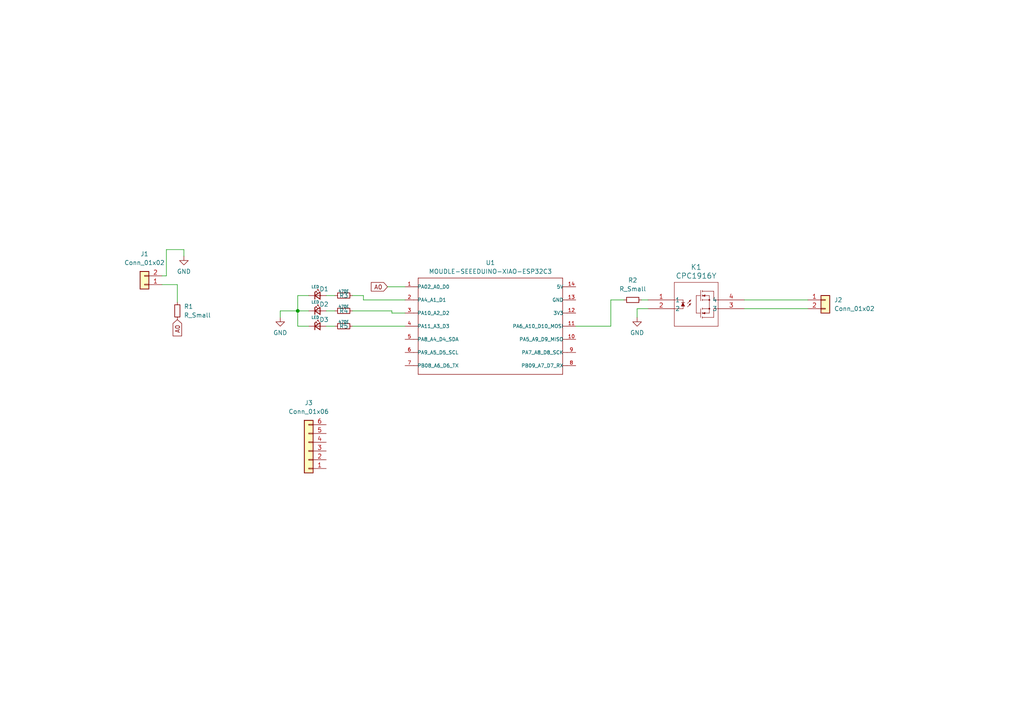
<source format=kicad_sch>
(kicad_sch (version 20230121) (generator eeschema)
  (paper "A4")
  (lib_symbols
    (symbol "CPC1916Y:CPC1916Y" (pin_names (offset 0.254))
      (property "Reference" "K" (at 13.97 10.16 0))
      (property "Value" "CPC1916Y" (at 15.24 7.62 0))
      (symbol "CPC1916Y_0_1"
        (polyline (pts (xy 7.62 -7.62) (xy 20.32 -7.62)) (stroke (width 0.127)))
        (polyline (pts (xy 7.62 -2.54) (xy 10.16 -2.54)) (stroke (width 0.127)))
        (polyline (pts (xy 7.62 0) (xy 10.16 0)) (stroke (width 0.127)))
        (polyline (pts (xy 7.62 5.08) (xy 7.62 -7.62)) (stroke (width 0.127)))
        (polyline (pts (xy 9.652 -0.762) (xy 10.668 -0.762)) (stroke (width 0.127)))
        (polyline (pts (xy 10.16 -2.54) (xy 10.16 -1.778)) (stroke (width 0.127)))
        (polyline (pts (xy 10.16 -0.762) (xy 10.16 0)) (stroke (width 0.127)))
        (polyline (pts (xy 11.43 -2.032) (xy 12.192 -1.27)) (stroke (width 0.127)))
        (polyline (pts (xy 11.43 -1.016) (xy 12.192 -0.254)) (stroke (width 0.127)))
        (polyline (pts (xy 13.97 -3.81) (xy 15.24 -3.81)) (stroke (width 0.127)))
        (polyline (pts (xy 13.97 1.27) (xy 13.97 -3.81)) (stroke (width 0.127)))
        (polyline (pts (xy 13.97 1.27) (xy 15.24 1.27)) (stroke (width 0.127)))
        (polyline (pts (xy 15.24 -2.54) (xy 15.24 -5.08)) (stroke (width 0.127)))
        (polyline (pts (xy 15.24 2.794) (xy 15.24 -0.254)) (stroke (width 0.127)))
        (polyline (pts (xy 15.748 -5.08) (xy 19.05 -5.08)) (stroke (width 0.127)))
        (polyline (pts (xy 15.748 -4.826) (xy 15.748 -5.334)) (stroke (width 0.127)))
        (polyline (pts (xy 15.748 -3.556) (xy 15.748 -4.064)) (stroke (width 0.127)))
        (polyline (pts (xy 15.748 -2.54) (xy 17.78 -2.54)) (stroke (width 0.127)))
        (polyline (pts (xy 15.748 -2.286) (xy 15.748 -2.794)) (stroke (width 0.127)))
        (polyline (pts (xy 15.748 0.254) (xy 15.748 -0.254)) (stroke (width 0.127)))
        (polyline (pts (xy 15.748 1.524) (xy 15.748 1.016)) (stroke (width 0.127)))
        (polyline (pts (xy 15.748 2.54) (xy 19.05 2.54)) (stroke (width 0.127)))
        (polyline (pts (xy 15.748 2.794) (xy 15.748 2.286)) (stroke (width 0.127)))
        (polyline (pts (xy 16.51 -3.81) (xy 17.78 -3.81)) (stroke (width 0.127)))
        (polyline (pts (xy 17.78 -3.81) (xy 17.78 1.27)) (stroke (width 0.127)))
        (polyline (pts (xy 17.78 0) (xy 15.748 0)) (stroke (width 0.127)))
        (polyline (pts (xy 17.78 1.27) (xy 16.51 1.27)) (stroke (width 0.127)))
        (polyline (pts (xy 19.05 -2.54) (xy 19.05 -5.08)) (stroke (width 0.127)))
        (polyline (pts (xy 19.05 -2.54) (xy 20.32 -2.54)) (stroke (width 0.127)))
        (polyline (pts (xy 19.05 0) (xy 20.32 0)) (stroke (width 0.127)))
        (polyline (pts (xy 19.05 2.54) (xy 19.05 0)) (stroke (width 0.127)))
        (polyline (pts (xy 20.32 -7.62) (xy 20.32 5.08)) (stroke (width 0.127)))
        (polyline (pts (xy 20.32 5.08) (xy 7.62 5.08)) (stroke (width 0.127)))
        (polyline (pts (xy 10.16 -0.762) (xy 9.652 -1.778) (xy 10.668 -1.778)) (fill (type outline)))
        (polyline (pts (xy 12.446 -1.016) (xy 11.938 -1.27) (xy 12.192 -1.524)) (fill (type outline)))
        (polyline (pts (xy 12.446 0) (xy 11.938 -0.254) (xy 12.192 -0.508)) (fill (type outline)))
        (polyline (pts (xy 15.748 -3.81) (xy 16.51 -4.064) (xy 16.51 -3.556)) (fill (type outline)))
        (polyline (pts (xy 15.748 1.27) (xy 16.51 1.016) (xy 16.51 1.524)) (fill (type outline)))
        (circle (center 17.78 -2.54) (radius 0.127) (stroke (width 0.254)))
        (circle (center 17.78 0) (radius 0.127) (stroke (width 0.254)))
        (pin unspecified line (at 0 0 0) (length 7.62) (name "1") (number "1"))
        (pin unspecified line (at 0 -2.54 0) (length 7.62) (name "2") (number "2"))
        (pin unspecified line (at 27.94 -2.54 180) (length 7.62) (name "3") (number "3"))
        (pin unspecified line (at 27.94 0 180) (length 7.62) (name "4") (number "4"))
      )
    )
    (symbol "Connector_Generic:Conn_01x02" (pin_names (offset 1.016) hide)
      (property "Reference" "J" (at 0 2.54 0))
      (property "Value" "Conn_01x02" (at 0 -5.08 0))
      (symbol "Conn_01x02_1_1"
        (rectangle (start -1.27 -2.413) (end 0 -2.667) (stroke (width 0.1524)))
        (rectangle (start -1.27 0.127) (end 0 -0.127) (stroke (width 0.1524)))
        (rectangle (start -1.27 1.27) (end 1.27 -3.81) (stroke (width 0.254)) (fill (type background)))
        (pin passive line (at -5.08 0 0) (length 3.81) (name "Pin_1") (number "1"))
        (pin passive line (at -5.08 -2.54 0) (length 3.81) (name "Pin_2") (number "2"))
      )
    )
    (symbol "Connector_Generic:Conn_01x06" (pin_names (offset 1.016) hide)
      (property "Reference" "J" (at 0 7.62 0))
      (property "Value" "Conn_01x06" (at 0 -10.16 0))
      (symbol "Conn_01x06_1_1"
        (rectangle (start -1.27 -7.493) (end 0 -7.747) (stroke (width 0.1524)))
        (rectangle (start -1.27 -4.953) (end 0 -5.207) (stroke (width 0.1524)))
        (rectangle (start -1.27 -2.413) (end 0 -2.667) (stroke (width 0.1524)))
        (rectangle (start -1.27 0.127) (end 0 -0.127) (stroke (width 0.1524)))
        (rectangle (start -1.27 2.667) (end 0 2.413) (stroke (width 0.1524)))
        (rectangle (start -1.27 5.207) (end 0 4.953) (stroke (width 0.1524)))
        (rectangle (start -1.27 6.35) (end 1.27 -8.89) (stroke (width 0.254)) (fill (type background)))
        (pin passive line (at -5.08 5.08 0) (length 3.81) (name "Pin_1") (number "1"))
        (pin passive line (at -5.08 2.54 0) (length 3.81) (name "Pin_2") (number "2"))
        (pin passive line (at -5.08 0 0) (length 3.81) (name "Pin_3") (number "3"))
        (pin passive line (at -5.08 -2.54 0) (length 3.81) (name "Pin_4") (number "4"))
        (pin passive line (at -5.08 -5.08 0) (length 3.81) (name "Pin_5") (number "5"))
        (pin passive line (at -5.08 -7.62 0) (length 3.81) (name "Pin_6") (number "6"))
      )
    )
    (symbol "Device:LED_Small" (pin_numbers hide) (pin_names (offset 0.254) hide)
      (property "Reference" "D" (at -1.27 3.175 0))
      (property "Value" "LED_Small" (at -4.445 -2.54 0))
      (symbol "LED_Small_0_1"
        (polyline (pts (xy -0.762 -1.016) (xy -0.762 1.016)) (stroke (width 0.254)))
        (polyline (pts (xy 1.016 0) (xy -0.762 0)))
        (polyline (pts (xy 0.762 -1.016) (xy -0.762 0) (xy 0.762 1.016) (xy 0.762 -1.016)) (stroke (width 0.254)))
        (polyline (pts (xy 0 0.762) (xy -0.508 1.27) (xy -0.254 1.27) (xy -0.508 1.27) (xy -0.508 1.016)))
        (polyline (pts (xy 0.508 1.27) (xy 0 1.778) (xy 0.254 1.778) (xy 0 1.778) (xy 0 1.524)))
      )
      (symbol "LED_Small_1_1"
        (pin passive line (at -2.54 0 0) (length 1.778) (name "K") (number "1"))
        (pin passive line (at 2.54 0 180) (length 1.778) (name "A") (number "2"))
      )
    )
    (symbol "Device:R_Small" (pin_numbers hide) (pin_names (offset 0.254) hide)
      (property "Reference" "R" (at 0.762 0.508 0))
      (property "Value" "R_Small" (at 0.762 -1.016 0))
      (symbol "R_Small_0_1"
        (rectangle (start -0.762 1.778) (end 0.762 -1.778) (stroke (width 0.2032)))
      )
      (symbol "R_Small_1_1"
        (pin passive line (at 0 2.54 270) (length 0.762) (name "~") (number "1"))
        (pin passive line (at 0 -2.54 90) (length 0.762) (name "~") (number "2"))
      )
    )
    (symbol "MOUDLE-SEEEDUINO-XIAO-ESP32C3:MOUDLE-SEEEDUINO-XIAO-ESP32C3" (pin_names (offset 1.016))
      (property "Reference" "U" (at -21.59 15.24 0))
      (property "Value" "MOUDLE-SEEEDUINO-XIAO-ESP32C3" (at -21.59 13.97 0))
      (symbol "MOUDLE-SEEEDUINO-XIAO-ESP32C3_0_0"
        (polyline (pts (xy -21.59 -13.97) (xy -21.59 0)) (stroke (width 0.1524)))
        (polyline (pts (xy -21.59 -11.43) (xy -22.86 -11.43)) (stroke (width 0.1524)))
        (polyline (pts (xy -21.59 -7.62) (xy -22.86 -7.62)) (stroke (width 0.1524)))
        (polyline (pts (xy -21.59 -3.81) (xy -22.86 -3.81)) (stroke (width 0.1524)))
        (polyline (pts (xy -21.59 0) (xy -22.86 0)) (stroke (width 0.1524)))
        (polyline (pts (xy -21.59 0) (xy -21.59 3.81)) (stroke (width 0.1524)))
        (polyline (pts (xy -21.59 3.81) (xy -22.86 3.81)) (stroke (width 0.1524)))
        (polyline (pts (xy -21.59 3.81) (xy -21.59 7.62)) (stroke (width 0.1524)))
        (polyline (pts (xy -21.59 7.62) (xy -22.86 7.62)) (stroke (width 0.1524)))
        (polyline (pts (xy -21.59 7.62) (xy -21.59 11.43)) (stroke (width 0.1524)))
        (polyline (pts (xy -21.59 11.43) (xy -22.86 11.43)) (stroke (width 0.1524)))
        (polyline (pts (xy -21.59 11.43) (xy -21.59 13.97)) (stroke (width 0.1524)))
        (polyline (pts (xy -21.59 13.97) (xy 20.32 13.97)) (stroke (width 0.1524)))
        (polyline (pts (xy 20.32 -13.97) (xy -21.59 -13.97)) (stroke (width 0.1524)))
        (polyline (pts (xy 20.32 3.81) (xy 20.32 -13.97)) (stroke (width 0.1524)))
        (polyline (pts (xy 20.32 7.62) (xy 20.32 3.81)) (stroke (width 0.1524)))
        (polyline (pts (xy 20.32 11.43) (xy 20.32 7.62)) (stroke (width 0.1524)))
        (polyline (pts (xy 20.32 13.97) (xy 20.32 11.43)) (stroke (width 0.1524)))
        (polyline (pts (xy 21.59 -11.43) (xy 20.32 -11.43)) (stroke (width 0.1524)))
        (polyline (pts (xy 21.59 -7.62) (xy 20.32 -7.62)) (stroke (width 0.1524)))
        (polyline (pts (xy 21.59 -3.81) (xy 20.32 -3.81)) (stroke (width 0.1524)))
        (polyline (pts (xy 21.59 0) (xy 20.32 0)) (stroke (width 0.1524)))
        (polyline (pts (xy 21.59 3.81) (xy 20.32 3.81)) (stroke (width 0.1524)))
        (polyline (pts (xy 21.59 7.62) (xy 20.32 7.62)) (stroke (width 0.1524)))
        (polyline (pts (xy 21.59 11.43) (xy 20.32 11.43)) (stroke (width 0.1524)))
        (pin bidirectional line (at -25.4 11.43 0) (length 2.54) (name "PA02_A0_D0") (number "1"))
        (pin bidirectional line (at 24.13 -3.81 180) (length 2.54) (name "PA5_A9_D9_MISO") (number "10"))
        (pin bidirectional line (at 24.13 0 180) (length 2.54) (name "PA6_A10_D10_MOSI") (number "11"))
        (pin bidirectional line (at 24.13 3.81 180) (length 2.54) (name "3V3") (number "12"))
        (pin bidirectional line (at 24.13 7.62 180) (length 2.54) (name "GND") (number "13"))
        (pin bidirectional line (at 24.13 11.43 180) (length 2.54) (name "5V") (number "14"))
        (pin bidirectional line (at -25.4 7.62 0) (length 2.54) (name "PA4_A1_D1") (number "2"))
        (pin bidirectional line (at -25.4 3.81 0) (length 2.54) (name "PA10_A2_D2") (number "3"))
        (pin bidirectional line (at -25.4 0 0) (length 2.54) (name "PA11_A3_D3") (number "4"))
        (pin bidirectional line (at -25.4 -3.81 0) (length 2.54) (name "PA8_A4_D4_SDA") (number "5"))
        (pin bidirectional line (at -25.4 -7.62 0) (length 2.54) (name "PA9_A5_D5_SCL") (number "6"))
        (pin bidirectional line (at -25.4 -11.43 0) (length 2.54) (name "PB08_A6_D6_TX") (number "7"))
        (pin bidirectional line (at 24.13 -11.43 180) (length 2.54) (name "PB09_A7_D7_RX") (number "8"))
        (pin bidirectional line (at 24.13 -7.62 180) (length 2.54) (name "PA7_A8_D8_SCK") (number "9"))
      )
    )
    (symbol "power:GND" (power) (pin_names (offset 0))
      (property "Value" "GND" (at 0 -3.81 0))
      (symbol "GND_0_1"
        (polyline (pts (xy 0 0) (xy 0 -1.27) (xy 1.27 -1.27) (xy 0 -2.54) (xy -1.27 -1.27) (xy 0 -1.27)))
      )
      (symbol "GND_1_1"
        (pin power_in line (at 0 0 270) (length 0) hide (name "GND") (number "1"))
      )
    )
  )
  (junction (at 86.36 90.17))
  (wire (pts (xy 94.615 90.17) (xy 97.155 90.17)))
  (wire (pts (xy 51.435 82.55) (xy 51.435 87.63)))
  (wire (pts (xy 177.165 86.995) (xy 180.975 86.995)))
  (wire (pts (xy 102.235 94.615) (xy 117.475 94.615)))
  (wire (pts (xy 184.785 89.535) (xy 187.96 89.535)))
  (wire (pts (xy 48.26 72.39) (xy 53.34 72.39)))
  (wire (pts (xy 94.615 94.615) (xy 97.155 94.615)))
  (wire (pts (xy 186.055 86.995) (xy 187.96 86.995)))
  (wire (pts (xy 113.665 90.805) (xy 117.475 90.805)))
  (wire (pts (xy 184.785 92.075) (xy 184.785 89.535)))
  (wire (pts (xy 102.235 85.725) (xy 105.41 85.725)))
  (wire (pts (xy 215.9 86.995) (xy 234.315 86.995)))
  (wire (pts (xy 53.34 72.39) (xy 53.34 74.295)))
  (wire (pts (xy 105.41 86.995) (xy 117.475 86.995)))
  (wire (pts (xy 167.005 94.615) (xy 177.165 94.615)))
  (wire (pts (xy 215.9 89.535) (xy 234.315 89.535)))
  (wire (pts (xy 48.26 80.01) (xy 48.26 72.39)))
  (wire (pts (xy 86.36 85.725) (xy 86.36 90.17)))
  (wire (pts (xy 177.165 94.615) (xy 177.165 86.995)))
  (wire (pts (xy 86.36 94.615) (xy 86.36 90.17)))
  (wire (pts (xy 46.99 82.55) (xy 51.435 82.55)))
  (wire (pts (xy 81.28 90.17) (xy 86.36 90.17)))
  (wire (pts (xy 113.665 90.17) (xy 113.665 90.805)))
  (wire (pts (xy 102.235 90.17) (xy 113.665 90.17)))
  (wire (pts (xy 86.36 90.17) (xy 89.535 90.17)))
  (wire (pts (xy 89.535 94.615) (xy 86.36 94.615)))
  (wire (pts (xy 81.28 92.075) (xy 81.28 90.17)))
  (wire (pts (xy 94.615 85.725) (xy 97.155 85.725)))
  (wire (pts (xy 112.395 83.185) (xy 117.475 83.185)))
  (wire (pts (xy 105.41 85.725) (xy 105.41 86.995)))
  (wire (pts (xy 46.99 80.01) (xy 48.26 80.01)))
  (wire (pts (xy 89.535 85.725) (xy 86.36 85.725)))
  (global_label "A0" (shape input) (at 112.395 83.185 180) (property "Intersheetrefs" "${INTERSHEET_REFS}" (effects hide)))
  (global_label "A0" (shape input) (at 51.435 92.71 270) (property "Intersheetrefs" "${INTERSHEET_REFS}" (effects hide)))
  (symbol (lib_id "Device:R_Small") (at 99.695 85.725 90) (unit 1)
    (property "Reference" "R3" (at 99.695 85.725 90))
    (property "Value" "470E" (at 99.695 84.455 90) (effects (font (size 0.8 0.8))))
    (property "Footprint" "Resistor_SMD:R_0603_1608Metric" (effects hide))
  )
  (symbol (lib_id "power:GND") (at 81.28 92.075 0) (unit 1)
    (property "Reference" "#PWR03" (effects hide))
    (property "Value" "GND" (at 81.28 96.52 0))
  )
  (symbol (lib_id "Device:R_Small") (at 183.515 86.995 90) (unit 1)
    (property "Reference" "R2" (at 183.515 81.28 90))
    (property "Value" "R_Small" (at 183.515 83.82 90))
    (property "Footprint" "Resistor_SMD:R_0603_1608Metric" (effects hide))
  )
  (symbol (lib_id "Device:LED_Small") (at 92.075 94.615 0) (unit 1)
    (property "Reference" "D3" (at 93.98 92.71 0))
    (property "Value" "LED" (at 91.44 92.075 0) (effects (font (size 0.8 0.8))))
    (property "Footprint" "LED_SMD:LED_0603_1608Metric" (effects hide))
  )
  (symbol (lib_id "Connector_Generic:Conn_01x02") (at 41.91 82.55 180) (unit 1)
    (property "Reference" "J1" (at 41.91 73.66 0))
    (property "Value" "Conn_01x02" (at 41.91 76.2 0))
    (property "Footprint" "Connector_Phoenix_MC_HighVoltage:PhoenixContact_MC_1,5_2-G-5.08_1x02_P5.08mm_Horizontal" (effects hide))
  )
  (symbol (lib_id "CPC1916Y:CPC1916Y") (at 187.96 86.995 0) (unit 1)
    (property "Reference" "K1" (at 201.93 77.47 0) (effects (font (size 1.524 1.524))))
    (property "Value" "CPC1916Y" (at 201.93 80.01 0) (effects (font (size 1.524 1.524))))
    (property "Footprint" "CPC1916Y:CPC1916Y" (effects hide))
    (property "Datasheet" "CPC1916Y" (effects hide))
  )
  (symbol (lib_id "power:GND") (at 184.785 92.075 0) (unit 1)
    (property "Reference" "#PWR02" (effects hide))
    (property "Value" "GND" (at 184.785 96.52 0))
  )
  (symbol (lib_id "Device:R_Small") (at 99.695 94.615 90) (unit 1)
    (property "Reference" "R5" (at 99.695 94.615 90))
    (property "Value" "470E" (at 99.695 93.345 90) (effects (font (size 0.8 0.8))))
    (property "Footprint" "Resistor_SMD:R_0603_1608Metric" (effects hide))
  )
  (symbol (lib_id "Device:LED_Small") (at 92.075 85.725 0) (unit 1)
    (property "Reference" "D1" (at 93.98 83.82 0))
    (property "Value" "LED" (at 91.44 83.185 0) (effects (font (size 0.8 0.8))))
    (property "Footprint" "LED_SMD:LED_0603_1608Metric" (effects hide))
  )
  (symbol (lib_id "Device:LED_Small") (at 92.075 90.17 0) (unit 1)
    (property "Reference" "D2" (at 93.98 88.265 0))
    (property "Value" "LED" (at 91.44 87.63 0) (effects (font (size 0.8 0.8))))
    (property "Footprint" "LED_SMD:LED_0603_1608Metric" (effects hide))
  )
  (symbol (lib_id "Connector_Generic:Conn_01x02") (at 239.395 86.995 0) (unit 1)
    (property "Reference" "J2" (at 241.935 86.995 0) (effects (justify left)))
    (property "Value" "Conn_01x02" (at 241.935 89.535 0) (effects (justify left)))
    (property "Footprint" "Connector_Phoenix_MC_HighVoltage:PhoenixContact_MC_1,5_2-G-5.08_1x02_P5.08mm_Horizontal" (effects hide))
  )
  (symbol (lib_id "MOUDLE-SEEEDUINO-XIAO-ESP32C3:MOUDLE-SEEEDUINO-XIAO-ESP32C3") (at 142.875 94.615 0) (unit 1)
    (property "Reference" "U1" (at 142.24 76.2 0))
    (property "Value" "MOUDLE-SEEEDUINO-XIAO-ESP32C3" (at 142.24 78.74 0))
    (property "Footprint" "xiao ESP32C3_PCB:MOUDLE14P-SMD-2.54-21X17.8MM" (effects hide))
  )
  (symbol (lib_id "Connector_Generic:Conn_01x06") (at 89.535 130.81 180) (unit 1)
    (property "Reference" "J3" (at 89.535 116.84 0))
    (property "Value" "Conn_01x06" (at 89.535 119.38 0))
    (property "Footprint" "Connector_PinHeader_2.54mm:PinHeader_1x06_P2.54mm_Vertical" (effects hide))
  )
  (symbol (lib_id "power:GND") (at 53.34 74.295 0) (unit 1)
    (property "Reference" "#PWR01" (effects hide))
    (property "Value" "GND" (at 53.34 78.74 0))
  )
  (symbol (lib_id "Device:R_Small") (at 99.695 90.17 90) (unit 1)
    (property "Reference" "R4" (at 99.695 90.17 90))
    (property "Value" "470E" (at 99.695 88.9 90) (effects (font (size 0.8 0.8))))
    (property "Footprint" "Resistor_SMD:R_0603_1608Metric" (effects hide))
  )
  (symbol (lib_id "Device:R_Small") (at 51.435 90.17 0) (unit 1)
    (property "Reference" "R1" (at 53.34 88.9 0) (effects (justify left)))
    (property "Value" "R_Small" (at 53.34 91.44 0) (effects (justify left)))
    (property "Footprint" "Resistor_SMD:R_0603_1608Metric" (effects hide))
  )
)
</source>
